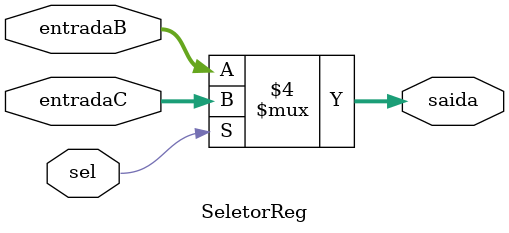
<source format=v>
module SeletorReg (sel, entradaB, entradaC, saida );
	input [3:0] entradaB;
	input [3:0] entradaC;
	input sel;
	
	output reg [3:0] saida;
	
	always@(*)begin
			if(sel==0)
					saida<=entradaB;
			else
					saida<=entradaC;					
	end
endmodule

</source>
